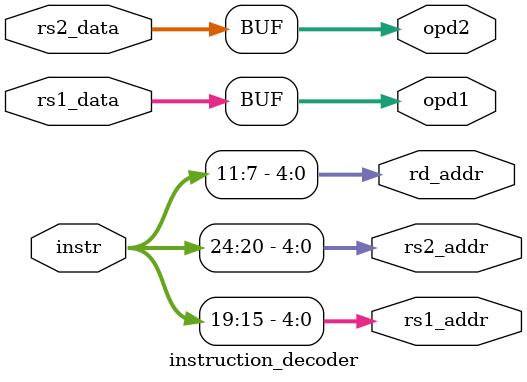
<source format=v>

module instruction_decoder
    #(
    parameter OPD_LENGTH = 32,
    parameter REG_WIDTH = 32
    )(
    // PMEM interface
    input [31:0] instr,
    
    // register file interface
    output reg [4:0] rs1_addr,
    output reg [4:0] rs2_addr,
    output reg [4:0] rd_addr,
    input [REG_WIDTH-1:0] rs1_data,
    input [REG_WIDTH-1:0] rs2_data,

    // ALU interface
    output reg [OPD_LENGTH-1:0] opd1,
    output reg [OPD_LENGTH-1:0] opd2
    );

    `include "../common_library.vh"

    always @(*)
    begin        
        rd_addr = instr [11:7];
        rs1_addr = instr [19:15];
        rs2_addr = instr [24:20];

        opd1 = rs1_data;
        opd2 = rs2_data;
    end

endmodule
</source>
